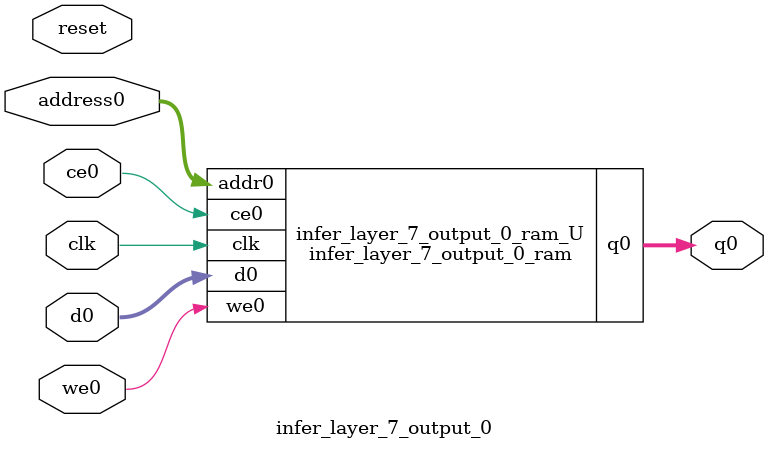
<source format=v>
`timescale 1 ns / 1 ps
module infer_layer_7_output_0_ram (addr0, ce0, d0, we0, q0,  clk);

parameter DWIDTH = 32;
parameter AWIDTH = 5;
parameter MEM_SIZE = 25;

input[AWIDTH-1:0] addr0;
input ce0;
input[DWIDTH-1:0] d0;
input we0;
output reg[DWIDTH-1:0] q0;
input clk;

reg [DWIDTH-1:0] ram[0:MEM_SIZE-1];




always @(posedge clk)  
begin 
    if (ce0) begin
        if (we0) 
            ram[addr0] <= d0; 
        q0 <= ram[addr0];
    end
end


endmodule

`timescale 1 ns / 1 ps
module infer_layer_7_output_0(
    reset,
    clk,
    address0,
    ce0,
    we0,
    d0,
    q0);

parameter DataWidth = 32'd32;
parameter AddressRange = 32'd25;
parameter AddressWidth = 32'd5;
input reset;
input clk;
input[AddressWidth - 1:0] address0;
input ce0;
input we0;
input[DataWidth - 1:0] d0;
output[DataWidth - 1:0] q0;



infer_layer_7_output_0_ram infer_layer_7_output_0_ram_U(
    .clk( clk ),
    .addr0( address0 ),
    .ce0( ce0 ),
    .we0( we0 ),
    .d0( d0 ),
    .q0( q0 ));

endmodule


</source>
